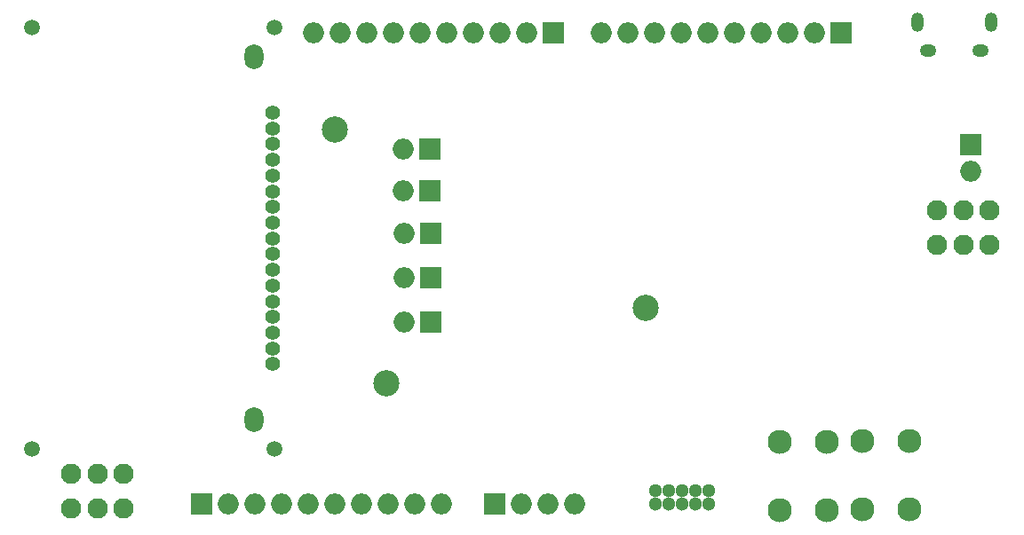
<source format=gbr>
G04 #@! TF.GenerationSoftware,KiCad,Pcbnew,5.0.2-bee76a0~70~ubuntu18.04.1*
G04 #@! TF.CreationDate,2018-12-12T17:35:25-08:00*
G04 #@! TF.ProjectId,NRF52832_Reference,4e524635-3238-4333-925f-526566657265,rev?*
G04 #@! TF.SameCoordinates,Original*
G04 #@! TF.FileFunction,Soldermask,Bot*
G04 #@! TF.FilePolarity,Negative*
%FSLAX46Y46*%
G04 Gerber Fmt 4.6, Leading zero omitted, Abs format (unit mm)*
G04 Created by KiCad (PCBNEW 5.0.2-bee76a0~70~ubuntu18.04.1) date Wed 12 Dec 2018 05:35:25 PM PST*
%MOMM*%
%LPD*%
G01*
G04 APERTURE LIST*
%ADD10C,2.500000*%
%ADD11R,2.000000X2.000000*%
%ADD12O,2.000000X2.000000*%
%ADD13C,1.300000*%
%ADD14O,1.550000X1.250000*%
%ADD15O,1.190000X1.850000*%
%ADD16C,2.300000*%
%ADD17C,1.950000*%
%ADD18C,1.400000*%
%ADD19O,1.800000X2.400000*%
%ADD20C,1.500000*%
G04 APERTURE END LIST*
D10*
G04 #@! TO.C,M3*
X153733500Y-102806500D03*
G04 #@! TD*
G04 #@! TO.C,M2*
X129032000Y-109982000D03*
G04 #@! TD*
D11*
G04 #@! TO.C,J1*
X172339000Y-76581000D03*
D12*
X169799000Y-76581000D03*
X167259000Y-76581000D03*
X164719000Y-76581000D03*
X162179000Y-76581000D03*
X159639000Y-76581000D03*
X157099000Y-76581000D03*
X154559000Y-76581000D03*
X152019000Y-76581000D03*
X149479000Y-76581000D03*
G04 #@! TD*
D11*
G04 #@! TO.C,J2*
X144907000Y-76581000D03*
D12*
X142367000Y-76581000D03*
X139827000Y-76581000D03*
X137287000Y-76581000D03*
X134747000Y-76581000D03*
X132207000Y-76581000D03*
X129667000Y-76581000D03*
X127127000Y-76581000D03*
X124587000Y-76581000D03*
X122047000Y-76581000D03*
G04 #@! TD*
G04 #@! TO.C,J3*
X130708400Y-104140000D03*
D11*
X133248400Y-104140000D03*
G04 #@! TD*
G04 #@! TO.C,J4*
X133248400Y-99949000D03*
D12*
X130708400Y-99949000D03*
G04 #@! TD*
G04 #@! TO.C,J5*
X130708400Y-95681800D03*
D11*
X133248400Y-95681800D03*
G04 #@! TD*
G04 #@! TO.C,J6*
X133197600Y-91643200D03*
D12*
X130657600Y-91643200D03*
G04 #@! TD*
G04 #@! TO.C,J7*
X130606800Y-87604600D03*
D11*
X133146800Y-87604600D03*
G04 #@! TD*
D12*
G04 #@! TO.C,J10*
X134239000Y-121475500D03*
X131699000Y-121475500D03*
X129159000Y-121475500D03*
X126619000Y-121475500D03*
X124079000Y-121475500D03*
X121539000Y-121475500D03*
X118999000Y-121475500D03*
X116459000Y-121475500D03*
X113919000Y-121475500D03*
D11*
X111379000Y-121475500D03*
G04 #@! TD*
G04 #@! TO.C,J11*
X139319000Y-121475500D03*
D12*
X141859000Y-121475500D03*
X144399000Y-121475500D03*
X146939000Y-121475500D03*
G04 #@! TD*
D13*
G04 #@! TO.C,J12*
X154686000Y-121539000D03*
X154686000Y-120269000D03*
X155956000Y-121539000D03*
X155956000Y-120269000D03*
X157226000Y-121539000D03*
X157226000Y-120269000D03*
X158496000Y-121539000D03*
X158496000Y-120269000D03*
X159766000Y-121539000D03*
X159766000Y-120269000D03*
G04 #@! TD*
D14*
G04 #@! TO.C,J17*
X180634000Y-78239600D03*
X185634000Y-78239600D03*
D15*
X186634000Y-75539600D03*
X179634000Y-75539600D03*
G04 #@! TD*
D11*
G04 #@! TO.C,J18*
X184759600Y-87198200D03*
D12*
X184759600Y-89738200D03*
G04 #@! TD*
D16*
G04 #@! TO.C,SW1*
X174381600Y-122020400D03*
X174381600Y-115520400D03*
X178881600Y-122020400D03*
X178881600Y-115520400D03*
G04 #@! TD*
G04 #@! TO.C,SW2*
X166507600Y-122096600D03*
X166507600Y-115596600D03*
X171007600Y-122096600D03*
X171007600Y-115596600D03*
G04 #@! TD*
D17*
G04 #@! TO.C,U1*
X103973000Y-118593600D03*
X101473000Y-118593600D03*
X98973000Y-118593600D03*
X103973000Y-121893600D03*
X101473000Y-121893600D03*
X98973000Y-121893600D03*
G04 #@! TD*
D18*
G04 #@! TO.C,U3*
X118207000Y-108164400D03*
X118207000Y-106664400D03*
X118207000Y-105164400D03*
X118207000Y-103664400D03*
X118207000Y-102164400D03*
X118207000Y-100664400D03*
X118207000Y-99164400D03*
X118207000Y-97664400D03*
X118207000Y-96164400D03*
X118207000Y-94664400D03*
X118207000Y-93164400D03*
X118207000Y-91664400D03*
X118207000Y-90164400D03*
X118207000Y-88664400D03*
X118207000Y-87164400D03*
X118207000Y-85664400D03*
X118207000Y-84164400D03*
D19*
X116407000Y-113464400D03*
X116407000Y-78864400D03*
D20*
X118357000Y-116264400D03*
X118357000Y-76064400D03*
X95257000Y-116264400D03*
X95257000Y-76064400D03*
G04 #@! TD*
D17*
G04 #@! TO.C,U14*
X186523000Y-93498400D03*
X184023000Y-93498400D03*
X181523000Y-93498400D03*
X186523000Y-96798400D03*
X184023000Y-96798400D03*
X181523000Y-96798400D03*
G04 #@! TD*
D10*
G04 #@! TO.C,M1*
X124079000Y-85788500D03*
G04 #@! TD*
M02*

</source>
